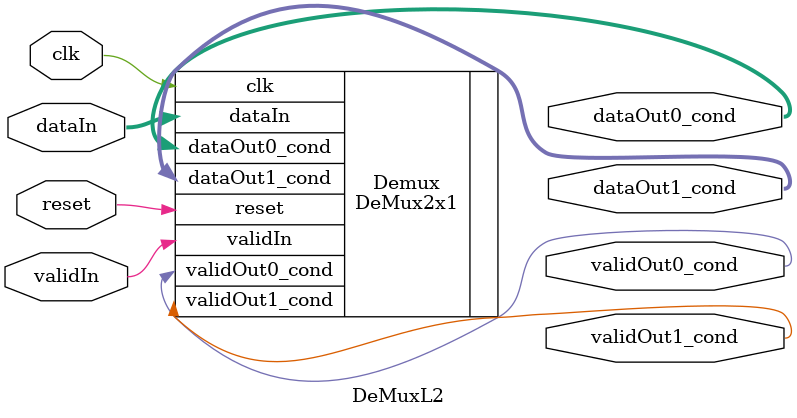
<source format=v>
module DeMuxL2(
    output [7:0]dataOut0_cond,
    output [7:0]dataOut1_cond,
    output validOut0_cond,
    output validOut1_cond,
    input [7:0]dataIn,
    input validIn,
    //input selector,
    input clk,
    input reset);

    DeMux2x1 Demux(
        //Outputs
        .dataOut0_cond  (dataOut0_cond[7:0]),
        .dataOut1_cond  (dataOut1_cond[7:0]),  
        .validOut0_cond (validOut0_cond),
        .validOut1_cond (validOut1_cond),
        //Inputs
        .dataIn    (dataIn[7:0]),
        .validIn   (validIn),
        //.selector  (selector),
        .clk       (clk),
        .reset     (reset)
    );
endmodule
</source>
